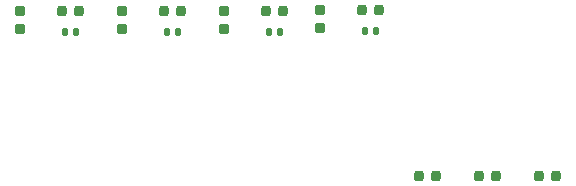
<source format=gbp>
G04*
G04 #@! TF.GenerationSoftware,Altium Limited,Altium Designer,21.6.1 (37)*
G04*
G04 Layer_Color=128*
%FSLAX44Y44*%
%MOMM*%
G71*
G04*
G04 #@! TF.SameCoordinates,45D27BC1-988F-4E8A-9F01-A3EFFFD16F67*
G04*
G04*
G04 #@! TF.FilePolarity,Positive*
G04*
G01*
G75*
G04:AMPARAMS|DCode=37|XSize=0.8mm|YSize=0.9mm|CornerRadius=0.2mm|HoleSize=0mm|Usage=FLASHONLY|Rotation=180.000|XOffset=0mm|YOffset=0mm|HoleType=Round|Shape=RoundedRectangle|*
%AMROUNDEDRECTD37*
21,1,0.8000,0.5000,0,0,180.0*
21,1,0.4000,0.9000,0,0,180.0*
1,1,0.4000,-0.2000,0.2500*
1,1,0.4000,0.2000,0.2500*
1,1,0.4000,0.2000,-0.2500*
1,1,0.4000,-0.2000,-0.2500*
%
%ADD37ROUNDEDRECTD37*%
G04:AMPARAMS|DCode=38|XSize=0.6mm|YSize=0.54mm|CornerRadius=0.1431mm|HoleSize=0mm|Usage=FLASHONLY|Rotation=90.000|XOffset=0mm|YOffset=0mm|HoleType=Round|Shape=RoundedRectangle|*
%AMROUNDEDRECTD38*
21,1,0.6000,0.2538,0,0,90.0*
21,1,0.3138,0.5400,0,0,90.0*
1,1,0.2862,0.1269,0.1569*
1,1,0.2862,0.1269,-0.1569*
1,1,0.2862,-0.1269,-0.1569*
1,1,0.2862,-0.1269,0.1569*
%
%ADD38ROUNDEDRECTD38*%
G04:AMPARAMS|DCode=39|XSize=0.8mm|YSize=0.9mm|CornerRadius=0.2mm|HoleSize=0mm|Usage=FLASHONLY|Rotation=270.000|XOffset=0mm|YOffset=0mm|HoleType=Round|Shape=RoundedRectangle|*
%AMROUNDEDRECTD39*
21,1,0.8000,0.5000,0,0,270.0*
21,1,0.4000,0.9000,0,0,270.0*
1,1,0.4000,-0.2500,-0.2000*
1,1,0.4000,-0.2500,0.2000*
1,1,0.4000,0.2500,0.2000*
1,1,0.4000,0.2500,-0.2000*
%
%ADD39ROUNDEDRECTD39*%
D37*
X421520Y246888D02*
D03*
X406520D02*
D03*
X556380Y106680D02*
D03*
X571380D02*
D03*
X505580D02*
D03*
X520580D02*
D03*
X454780D02*
D03*
X469780D02*
D03*
X340240Y246380D02*
D03*
X325240D02*
D03*
X253880D02*
D03*
X238880D02*
D03*
X167520D02*
D03*
X152520D02*
D03*
D38*
X155720Y228600D02*
D03*
X164320D02*
D03*
X242080D02*
D03*
X250680D02*
D03*
X409720Y229108D02*
D03*
X418320D02*
D03*
X328440Y228600D02*
D03*
X337040D02*
D03*
D39*
X370840Y246768D02*
D03*
Y231768D02*
D03*
X289560Y246260D02*
D03*
Y231260D02*
D03*
X203200Y246260D02*
D03*
Y231260D02*
D03*
X116840Y246260D02*
D03*
Y231260D02*
D03*
M02*

</source>
